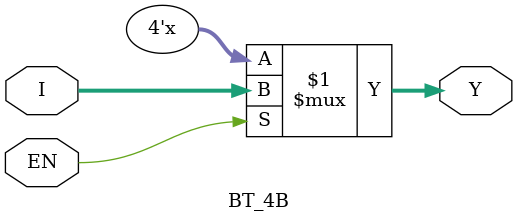
<source format=v>
module BT_4B (input wire EN, input wire [0:3]I, output wire [0:3]Y);

assign Y = (EN) ? I:4'bz;
endmodule

</source>
